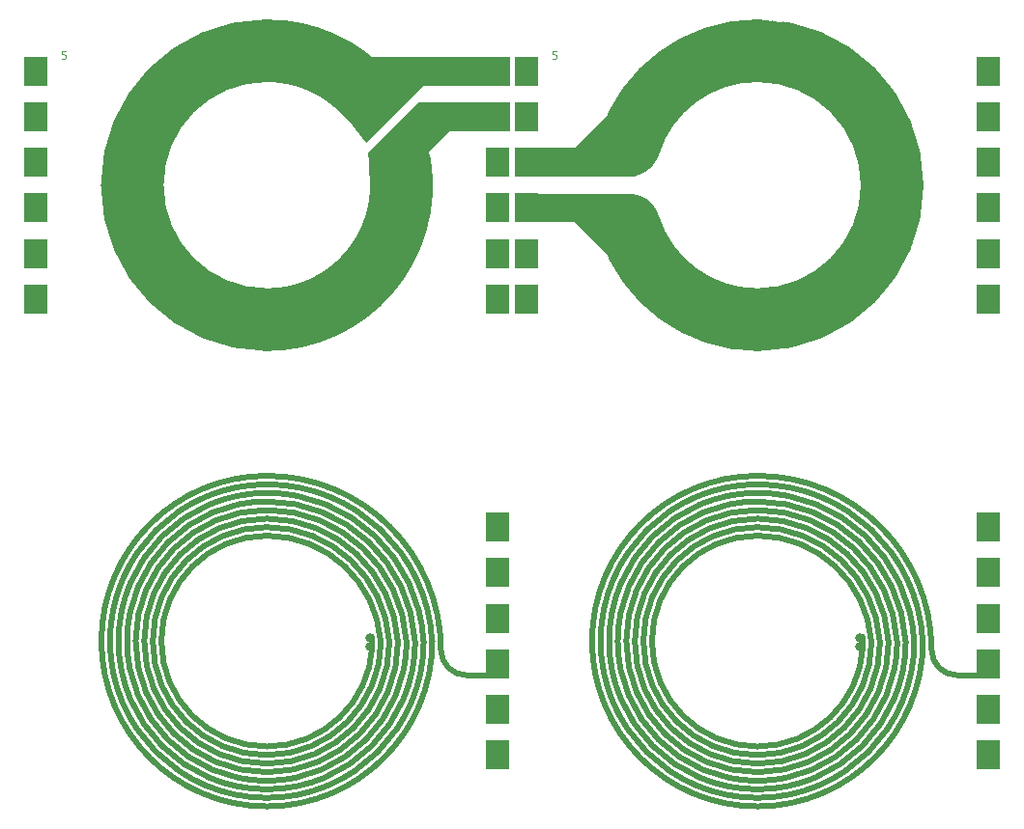
<source format=gtl>
G04*
G04 #@! TF.GenerationSoftware,Altium Limited,Altium Designer,19.0.12 (326)*
G04*
G04 Layer_Physical_Order=1*
G04 Layer_Color=255*
%FSLAX24Y24*%
%MOIN*%
G70*
G01*
G75*
%ADD11C,0.0197*%
%ADD12C,0.2165*%
%ADD13R,0.0787X0.0984*%
%ADD14C,0.0315*%
G36*
X26890Y45571D02*
X23917Y45571D01*
X21929Y43583D01*
X21213Y44488D01*
X21929Y46191D01*
X21979Y46555D01*
X26890Y46555D01*
X26890Y45571D01*
D02*
G37*
G36*
X26890Y44980D02*
X26890Y43996D01*
X24813D01*
X23258Y42441D01*
X22093Y42441D01*
X21984Y43234D01*
X23730Y44980D01*
X26890Y44980D01*
D02*
G37*
G36*
X31201Y41831D02*
X27047Y41831D01*
X27047Y40846D01*
X29124D01*
X30679Y39291D01*
X31844Y39291D01*
X32074Y40958D01*
X31201Y41831D01*
D02*
G37*
G36*
Y42421D02*
X27047Y42421D01*
X27047Y43406D01*
X29124D01*
X30679Y44961D01*
X31844Y44961D01*
X32074Y43294D01*
X31201Y42421D01*
D02*
G37*
G36*
X28515Y46761D02*
X28515D01*
X28516Y46760D01*
X28517Y46758D01*
Y46757D01*
X28518Y46756D01*
X28518Y46754D01*
X28519Y46752D01*
Y46752D01*
X28520Y46750D01*
X28520Y46747D01*
Y46744D01*
Y46743D01*
Y46743D01*
X28520Y46739D01*
X28519Y46735D01*
X28517Y46731D01*
X28517Y46730D01*
X28516Y46729D01*
X28514Y46727D01*
X28511Y46726D01*
X28403D01*
Y46640D01*
X28403D01*
X28404Y46641D01*
X28405D01*
X28408Y46641D01*
X28413Y46642D01*
X28422D01*
X28424Y46642D01*
X28442D01*
X28447Y46642D01*
X28453D01*
X28459Y46641D01*
X28467Y46640D01*
X28475Y46638D01*
X28482Y46636D01*
X28483D01*
X28485Y46635D01*
X28488Y46633D01*
X28493Y46631D01*
X28498Y46629D01*
X28503Y46626D01*
X28509Y46622D01*
X28514Y46618D01*
X28514Y46618D01*
X28516Y46616D01*
X28518Y46614D01*
X28521Y46611D01*
X28524Y46606D01*
X28527Y46602D01*
X28530Y46596D01*
X28533Y46590D01*
X28533Y46590D01*
X28534Y46588D01*
X28535Y46584D01*
X28536Y46580D01*
X28537Y46575D01*
X28538Y46569D01*
X28539Y46562D01*
Y46554D01*
Y46553D01*
Y46550D01*
X28539Y46546D01*
X28538Y46540D01*
X28537Y46533D01*
X28535Y46525D01*
X28533Y46518D01*
X28530Y46511D01*
X28530Y46510D01*
X28529Y46507D01*
X28527Y46504D01*
X28524Y46500D01*
X28521Y46494D01*
X28517Y46489D01*
X28512Y46483D01*
X28507Y46479D01*
X28506Y46478D01*
X28504Y46476D01*
X28501Y46474D01*
X28497Y46471D01*
X28492Y46468D01*
X28486Y46465D01*
X28479Y46462D01*
X28471Y46459D01*
X28470D01*
X28467Y46458D01*
X28463Y46457D01*
X28457Y46456D01*
X28451Y46455D01*
X28443Y46453D01*
X28434Y46453D01*
X28425Y46452D01*
X28420D01*
X28416Y46453D01*
X28412D01*
X28408Y46453D01*
X28398Y46455D01*
X28397D01*
X28396Y46455D01*
X28393Y46456D01*
X28390Y46456D01*
X28383Y46458D01*
X28375Y46459D01*
X28375D01*
X28374Y46460D01*
X28372Y46461D01*
X28370Y46461D01*
X28364Y46463D01*
X28359Y46465D01*
X28358Y46465D01*
X28356Y46467D01*
X28353Y46468D01*
X28351Y46469D01*
Y46470D01*
X28350Y46470D01*
X28349Y46472D01*
Y46473D01*
X28348Y46473D01*
X28347Y46476D01*
Y46476D01*
Y46477D01*
X28346Y46481D01*
Y46481D01*
Y46483D01*
Y46485D01*
Y46488D01*
Y46489D01*
Y46491D01*
Y46493D01*
Y46495D01*
Y46496D01*
X28347Y46497D01*
Y46499D01*
X28348Y46500D01*
Y46501D01*
X28348Y46501D01*
X28350Y46504D01*
X28350D01*
X28351Y46504D01*
X28353Y46505D01*
X28354D01*
X28355Y46504D01*
X28357Y46504D01*
X28360Y46501D01*
X28361Y46501D01*
X28363Y46500D01*
X28368Y46498D01*
X28373Y46495D01*
X28374D01*
X28375Y46494D01*
X28376Y46494D01*
X28379Y46493D01*
X28382Y46492D01*
X28386Y46491D01*
X28394Y46488D01*
X28394D01*
X28396Y46488D01*
X28399Y46487D01*
X28402D01*
X28407Y46487D01*
X28412Y46486D01*
X28417Y46486D01*
X28429D01*
X28433Y46486D01*
X28438D01*
X28443Y46487D01*
X28452Y46489D01*
X28453D01*
X28455Y46489D01*
X28457Y46491D01*
X28461Y46492D01*
X28468Y46495D01*
X28475Y46501D01*
X28476Y46501D01*
X28477Y46503D01*
X28479Y46504D01*
X28481Y46506D01*
X28484Y46510D01*
X28486Y46513D01*
X28491Y46521D01*
Y46522D01*
X28492Y46523D01*
X28492Y46526D01*
X28493Y46529D01*
X28494Y46534D01*
X28495Y46539D01*
X28496Y46545D01*
Y46551D01*
Y46551D01*
Y46553D01*
Y46556D01*
X28496Y46559D01*
X28494Y46568D01*
X28491Y46576D01*
Y46577D01*
X28491Y46578D01*
X28490Y46580D01*
X28488Y46583D01*
X28484Y46589D01*
X28477Y46595D01*
X28476Y46595D01*
X28475Y46596D01*
X28473Y46598D01*
X28470Y46599D01*
X28467Y46601D01*
X28463Y46603D01*
X28458Y46605D01*
X28453Y46606D01*
X28452D01*
X28450Y46607D01*
X28447Y46607D01*
X28443Y46608D01*
X28438Y46609D01*
X28432Y46610D01*
X28425Y46610D01*
X28410D01*
X28402Y46610D01*
X28393Y46608D01*
X28392D01*
X28390Y46608D01*
X28387D01*
X28381Y46607D01*
X28374Y46607D01*
X28373D01*
X28370Y46607D01*
X28368Y46608D01*
X28365Y46610D01*
X28364Y46611D01*
X28364Y46613D01*
X28363Y46617D01*
X28362Y46622D01*
Y46746D01*
Y46747D01*
Y46747D01*
X28363Y46750D01*
X28364Y46755D01*
X28366Y46758D01*
X28366Y46759D01*
X28368Y46760D01*
X28372Y46761D01*
X28376Y46762D01*
X28512D01*
X28515Y46761D01*
D02*
G37*
G36*
X11585D02*
X11586D01*
X11587Y46760D01*
X11588Y46758D01*
Y46757D01*
X11589Y46756D01*
X11589Y46754D01*
X11590Y46752D01*
Y46752D01*
X11590Y46750D01*
X11591Y46747D01*
Y46744D01*
Y46743D01*
Y46743D01*
X11590Y46739D01*
X11590Y46735D01*
X11588Y46731D01*
X11588Y46730D01*
X11587Y46729D01*
X11585Y46727D01*
X11582Y46726D01*
X11474D01*
Y46640D01*
X11474D01*
X11475Y46641D01*
X11476D01*
X11478Y46641D01*
X11483Y46642D01*
X11493D01*
X11495Y46642D01*
X11513D01*
X11518Y46642D01*
X11524D01*
X11530Y46641D01*
X11538Y46640D01*
X11546Y46638D01*
X11553Y46636D01*
X11554D01*
X11556Y46635D01*
X11559Y46633D01*
X11564Y46631D01*
X11569Y46629D01*
X11574Y46626D01*
X11579Y46622D01*
X11584Y46618D01*
X11585Y46618D01*
X11587Y46616D01*
X11589Y46614D01*
X11592Y46611D01*
X11595Y46606D01*
X11598Y46602D01*
X11601Y46596D01*
X11604Y46590D01*
X11604Y46590D01*
X11605Y46588D01*
X11606Y46584D01*
X11607Y46580D01*
X11608Y46575D01*
X11609Y46569D01*
X11610Y46562D01*
Y46554D01*
Y46553D01*
Y46550D01*
X11610Y46546D01*
X11609Y46540D01*
X11608Y46533D01*
X11606Y46525D01*
X11604Y46518D01*
X11601Y46511D01*
X11601Y46510D01*
X11600Y46507D01*
X11598Y46504D01*
X11595Y46500D01*
X11592Y46494D01*
X11588Y46489D01*
X11583Y46483D01*
X11578Y46479D01*
X11577Y46478D01*
X11575Y46476D01*
X11572Y46474D01*
X11568Y46471D01*
X11563Y46468D01*
X11557Y46465D01*
X11549Y46462D01*
X11542Y46459D01*
X11541D01*
X11538Y46458D01*
X11534Y46457D01*
X11528Y46456D01*
X11522Y46455D01*
X11514Y46453D01*
X11505Y46453D01*
X11496Y46452D01*
X11491D01*
X11487Y46453D01*
X11483D01*
X11478Y46453D01*
X11469Y46455D01*
X11468D01*
X11466Y46455D01*
X11464Y46456D01*
X11461Y46456D01*
X11454Y46458D01*
X11446Y46459D01*
X11446D01*
X11445Y46460D01*
X11443Y46461D01*
X11441Y46461D01*
X11435Y46463D01*
X11430Y46465D01*
X11429Y46465D01*
X11427Y46467D01*
X11424Y46468D01*
X11422Y46469D01*
Y46470D01*
X11421Y46470D01*
X11420Y46472D01*
Y46473D01*
X11419Y46473D01*
X11418Y46476D01*
Y46476D01*
Y46477D01*
X11417Y46481D01*
Y46481D01*
Y46483D01*
Y46485D01*
Y46488D01*
Y46489D01*
Y46491D01*
Y46493D01*
Y46495D01*
Y46496D01*
X11418Y46497D01*
Y46499D01*
X11418Y46500D01*
Y46501D01*
X11419Y46501D01*
X11421Y46504D01*
X11421D01*
X11422Y46504D01*
X11424Y46505D01*
X11424D01*
X11426Y46504D01*
X11428Y46504D01*
X11431Y46501D01*
X11432Y46501D01*
X11434Y46500D01*
X11439Y46498D01*
X11444Y46495D01*
X11445D01*
X11446Y46494D01*
X11447Y46494D01*
X11450Y46493D01*
X11453Y46492D01*
X11457Y46491D01*
X11465Y46488D01*
X11465D01*
X11467Y46488D01*
X11470Y46487D01*
X11473D01*
X11477Y46487D01*
X11483Y46486D01*
X11488Y46486D01*
X11500D01*
X11504Y46486D01*
X11509D01*
X11513Y46487D01*
X11523Y46489D01*
X11524D01*
X11525Y46489D01*
X11528Y46491D01*
X11531Y46492D01*
X11539Y46495D01*
X11546Y46501D01*
X11547Y46501D01*
X11548Y46503D01*
X11549Y46504D01*
X11552Y46506D01*
X11554Y46510D01*
X11557Y46513D01*
X11561Y46521D01*
Y46522D01*
X11563Y46523D01*
X11563Y46526D01*
X11564Y46529D01*
X11565Y46534D01*
X11566Y46539D01*
X11567Y46545D01*
Y46551D01*
Y46551D01*
Y46553D01*
Y46556D01*
X11566Y46559D01*
X11565Y46568D01*
X11562Y46576D01*
Y46577D01*
X11561Y46578D01*
X11560Y46580D01*
X11559Y46583D01*
X11554Y46589D01*
X11548Y46595D01*
X11547Y46595D01*
X11546Y46596D01*
X11544Y46598D01*
X11541Y46599D01*
X11538Y46601D01*
X11534Y46603D01*
X11529Y46605D01*
X11524Y46606D01*
X11523D01*
X11521Y46607D01*
X11518Y46607D01*
X11514Y46608D01*
X11509Y46609D01*
X11503Y46610D01*
X11496Y46610D01*
X11481D01*
X11472Y46610D01*
X11464Y46608D01*
X11463D01*
X11460Y46608D01*
X11458D01*
X11452Y46607D01*
X11445Y46607D01*
X11444D01*
X11441Y46607D01*
X11439Y46608D01*
X11436Y46610D01*
X11435Y46611D01*
X11435Y46613D01*
X11434Y46617D01*
X11433Y46622D01*
Y46746D01*
Y46747D01*
Y46747D01*
X11434Y46750D01*
X11435Y46755D01*
X11436Y46758D01*
X11437Y46759D01*
X11439Y46760D01*
X11442Y46761D01*
X11447Y46762D01*
X11583D01*
X11585Y46761D01*
D02*
G37*
D11*
X41437Y26083D02*
G03*
X35433Y32087I-6004J0D01*
G01*
X40838Y26378D02*
G03*
X35433Y31496I-5405J-295D01*
G01*
Y31201D02*
G03*
X30610Y26378I0J-4823D01*
G01*
X31201D02*
G03*
X35433Y22146I4232J0D01*
G01*
Y22736D02*
G03*
X39069Y26181I0J3642D01*
G01*
X35433Y31496D02*
G03*
X30315Y26378I0J-5118D01*
G01*
X40247Y26377D02*
G03*
X35433Y30905I-4814J-295D01*
G01*
X40543Y26377D02*
G03*
X35433Y31201I-5110J-295D01*
G01*
X30610Y26378D02*
G03*
X35433Y21555I4823J0D01*
G01*
Y30020D02*
G03*
X31791Y26378I0J-3642D01*
G01*
D02*
G03*
X35433Y22736I3642J0D01*
G01*
Y20965D02*
G03*
X40846Y26378I0J5413D01*
G01*
X35433Y21850D02*
G03*
X39961Y26378I0J4528D01*
G01*
X35433Y30610D02*
G03*
X31201Y26378I0J-4232D01*
G01*
X39073Y26181D02*
G03*
X39047Y26534I-3640J-98D01*
G01*
X30020Y26378D02*
G03*
X35433Y20965I5413J0D01*
G01*
Y21260D02*
G03*
X40551Y26378I0J5118D01*
G01*
X35433Y21555D02*
G03*
X40256Y26378I0J4823D01*
G01*
X30906D02*
G03*
X35433Y21850I4528J0D01*
G01*
Y22146D02*
G03*
X39665Y26378I0J4232D01*
G01*
X35433Y32087D02*
G03*
X29724Y26378I0J-5709D01*
G01*
X35433Y31791D02*
G03*
X30020Y26378I0J-5413D01*
G01*
X31496D02*
G03*
X35433Y22441I3937J0D01*
G01*
X41134Y26373D02*
G03*
X35433Y31791I-5701J-290D01*
G01*
X30315Y26378D02*
G03*
X35433Y21260I5118J0D01*
G01*
Y30905D02*
G03*
X30906Y26378I0J-4528D01*
G01*
X35433Y30315D02*
G03*
X31496Y26378I0J-3937D01*
G01*
X29724D02*
G03*
X35433Y20669I5709J0D01*
G01*
D02*
G03*
X41142Y26378I0J5709D01*
G01*
X39951Y26377D02*
G03*
X35433Y30610I-4518J-295D01*
G01*
X39655Y26377D02*
G03*
X35433Y30315I-4222J-295D01*
G01*
Y22441D02*
G03*
X39370Y26378I0J3937D01*
G01*
X39359Y26377D02*
G03*
X35433Y30020I-3926J-294D01*
G01*
X41437Y26083D02*
G03*
X42323Y25197I886J0D01*
G01*
X24508Y26083D02*
G03*
X18504Y32087I-6004J0D01*
G01*
X23909Y26378D02*
G03*
X18504Y31496I-5405J-295D01*
G01*
Y31201D02*
G03*
X13681Y26378I0J-4823D01*
G01*
X14272D02*
G03*
X18504Y22146I4232J0D01*
G01*
Y22736D02*
G03*
X22140Y26181I0J3642D01*
G01*
X18504Y31496D02*
G03*
X13386Y26378I0J-5118D01*
G01*
X23318Y26377D02*
G03*
X18504Y30905I-4814J-295D01*
G01*
X23614Y26377D02*
G03*
X18504Y31201I-5110J-295D01*
G01*
X13681Y26378D02*
G03*
X18504Y21555I4823J0D01*
G01*
Y30020D02*
G03*
X14862Y26378I0J-3642D01*
G01*
D02*
G03*
X18504Y22736I3642J0D01*
G01*
Y20965D02*
G03*
X23917Y26378I0J5413D01*
G01*
X18504Y21850D02*
G03*
X23031Y26378I0J4528D01*
G01*
X18504Y30610D02*
G03*
X14272Y26378I0J-4232D01*
G01*
X22144Y26181D02*
G03*
X22118Y26534I-3640J-98D01*
G01*
X13091Y26378D02*
G03*
X18504Y20965I5413J0D01*
G01*
Y21260D02*
G03*
X23622Y26378I0J5118D01*
G01*
X18504Y21555D02*
G03*
X23327Y26378I0J4823D01*
G01*
X13976D02*
G03*
X18504Y21850I4528J0D01*
G01*
Y22146D02*
G03*
X22736Y26378I0J4232D01*
G01*
X18504Y32087D02*
G03*
X12795Y26378I0J-5709D01*
G01*
X18504Y31791D02*
G03*
X13091Y26378I0J-5413D01*
G01*
X14567D02*
G03*
X18504Y22441I3937J0D01*
G01*
X24205Y26373D02*
G03*
X18504Y31791I-5701J-290D01*
G01*
X13386Y26378D02*
G03*
X18504Y21260I5118J0D01*
G01*
Y30905D02*
G03*
X13976Y26378I0J-4528D01*
G01*
X18504Y30315D02*
G03*
X14567Y26378I0J-3937D01*
G01*
X12795D02*
G03*
X18504Y20669I5709J0D01*
G01*
D02*
G03*
X24213Y26378I0J5709D01*
G01*
X23022Y26377D02*
G03*
X18504Y30610I-4518J-295D01*
G01*
X22726Y26377D02*
G03*
X18504Y30315I-4222J-295D01*
G01*
Y22441D02*
G03*
X22441Y26378I0J3937D01*
G01*
X22430Y26377D02*
G03*
X18504Y30020I-3926J-294D01*
G01*
X24508Y26083D02*
G03*
X25394Y25197I886J0D01*
G01*
X42323D02*
X43406D01*
X25394D02*
X26476D01*
D12*
X35433Y37480D02*
G03*
X40079Y42126I0J4646D01*
G01*
X30997Y40748D02*
G03*
X35433Y37480I4437J1378D01*
G01*
Y46772D02*
G03*
X30997Y43506I0J-4646D01*
G01*
X40079Y42126D02*
G03*
X35433Y46772I-4646J0D01*
G01*
X13858Y42126D02*
G03*
X18504Y37480I4646J0D01*
G01*
D02*
G03*
X23097Y42825I0J4646D01*
G01*
X21983Y45205D02*
G03*
X18504Y46772I-3479J-3079D01*
G01*
D02*
G03*
X13858Y42126I0J-4646D01*
G01*
D13*
X43406Y27165D02*
D03*
Y30315D02*
D03*
Y28740D02*
D03*
Y25591D02*
D03*
Y24016D02*
D03*
Y22441D02*
D03*
X26476Y27165D02*
D03*
Y30315D02*
D03*
Y28740D02*
D03*
Y25591D02*
D03*
Y24016D02*
D03*
Y22441D02*
D03*
X27460Y42913D02*
D03*
Y46063D02*
D03*
Y44488D02*
D03*
Y41339D02*
D03*
Y39764D02*
D03*
Y38189D02*
D03*
X43406D02*
D03*
Y39764D02*
D03*
Y41339D02*
D03*
Y44488D02*
D03*
Y46063D02*
D03*
Y42913D02*
D03*
X10531D02*
D03*
Y46063D02*
D03*
Y44488D02*
D03*
Y41339D02*
D03*
Y39764D02*
D03*
Y38189D02*
D03*
X26476D02*
D03*
Y39764D02*
D03*
Y41339D02*
D03*
Y44488D02*
D03*
Y46063D02*
D03*
Y42913D02*
D03*
D14*
X38976Y26181D02*
D03*
Y26476D02*
D03*
X22047Y26181D02*
D03*
Y26476D02*
D03*
M02*

</source>
